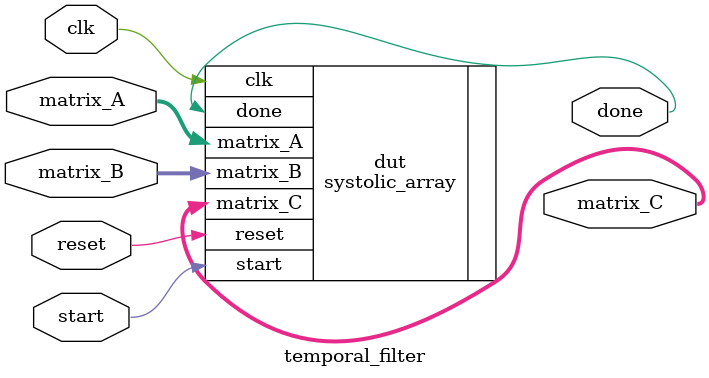
<source format=v>
module temporal_filter #(
  parameter M = 32,  // A的行数
  parameter K = 15,  // A的列数（B的行数）
  parameter N = 8,   // B的列数
  parameter DATA_WIDTH = 16
)(
   input clk,
  input reset,
  input start,      // 启动计算
  input [M*K*DATA_WIDTH-1:0] matrix_A, // A (M×K)
  input [N*K*DATA_WIDTH-1:0] matrix_B, // B (K×N)
  output wire[M*N*DATA_WIDTH-1:0] matrix_C, // C = A×B (M×N)
  output wire done       // 计算完成
);

systolic_array #(
    .M(M),
    .K(K),
    .N(N),
    .DATA_WIDTH(DATA_WIDTH)
) dut (
    .clk(clk),
    .reset(reset),
    .start(start),
    .matrix_A(matrix_A),
    .matrix_B(matrix_B),
    .matrix_C(matrix_C),
    .done(done)
);
endmodule
</source>
